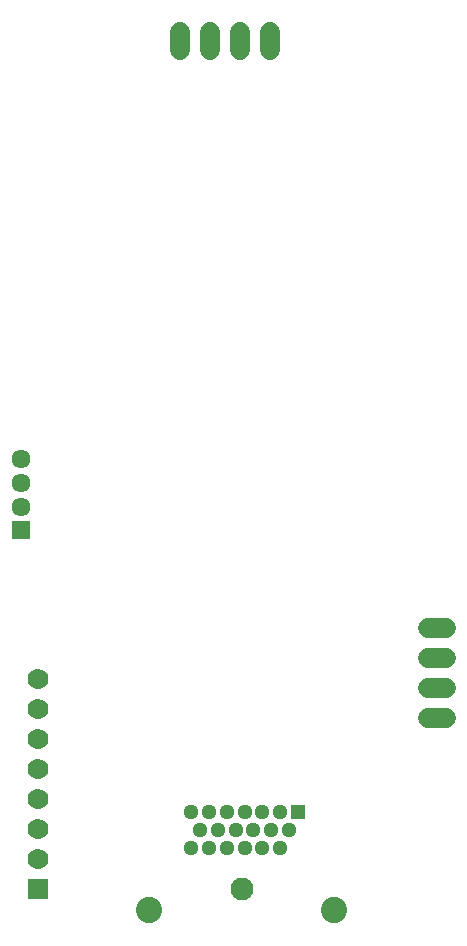
<source format=gbr>
G04 EAGLE Gerber RS-274X export*
G75*
%MOMM*%
%FSLAX34Y34*%
%LPD*%
%INSoldermask Bottom*%
%IPPOS*%
%AMOC8*
5,1,8,0,0,1.08239X$1,22.5*%
G01*
G04 Define Apertures*
%ADD10C,1.727200*%
%ADD11C,1.953200*%
%ADD12C,1.291200*%
%ADD13C,2.228200*%
%ADD14R,1.291200X1.291200*%
%ADD15R,1.763200X1.763200*%
%ADD16C,1.763200*%
%ADD17R,1.611200X1.611200*%
%ADD18C,1.611200*%
D10*
X396740Y189400D02*
X381500Y189400D01*
X381500Y214800D02*
X396740Y214800D01*
X396740Y240200D02*
X381500Y240200D01*
X381500Y265600D02*
X396740Y265600D01*
D11*
X223934Y44570D03*
D12*
X226434Y79570D03*
X241434Y79570D03*
X256434Y79570D03*
X211434Y79570D03*
X196434Y79570D03*
X181434Y79570D03*
X233934Y94570D03*
X248934Y94570D03*
X263934Y94570D03*
X218934Y94570D03*
X203934Y94570D03*
X188934Y94570D03*
X226434Y109570D03*
X241434Y109570D03*
X256434Y109570D03*
X211434Y109570D03*
X196434Y109570D03*
X181434Y109570D03*
D13*
X145434Y26570D03*
X302434Y26570D03*
D14*
X271434Y109570D03*
D15*
X51860Y44700D03*
D16*
X51860Y70100D03*
X51860Y95500D03*
X51860Y120900D03*
X51860Y146300D03*
X51860Y171700D03*
X51860Y197100D03*
X51860Y222500D03*
D10*
X172100Y754880D02*
X172100Y770120D01*
X197500Y770120D02*
X197500Y754880D01*
X222900Y754880D02*
X222900Y770120D01*
X248300Y770120D02*
X248300Y754880D01*
D17*
X36800Y348300D03*
D18*
X36800Y368300D03*
X36800Y388300D03*
X36800Y408300D03*
M02*

</source>
